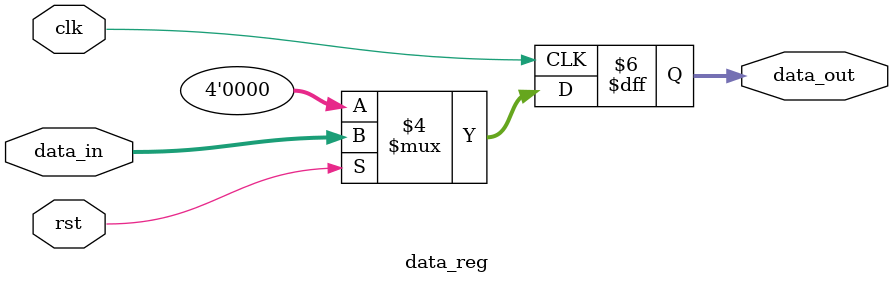
<source format=v>
module data_reg(clk,rst,data_in,data_out);

input clk,rst;
input[3:0] data_in;
output[3:0] data_out;
reg[3:0] data_out;

always@(posedge clk)
begin
	if(!rst)
		data_out <= 8'h00;
	else
		data_out <= data_in;
end
endmodule



</source>
